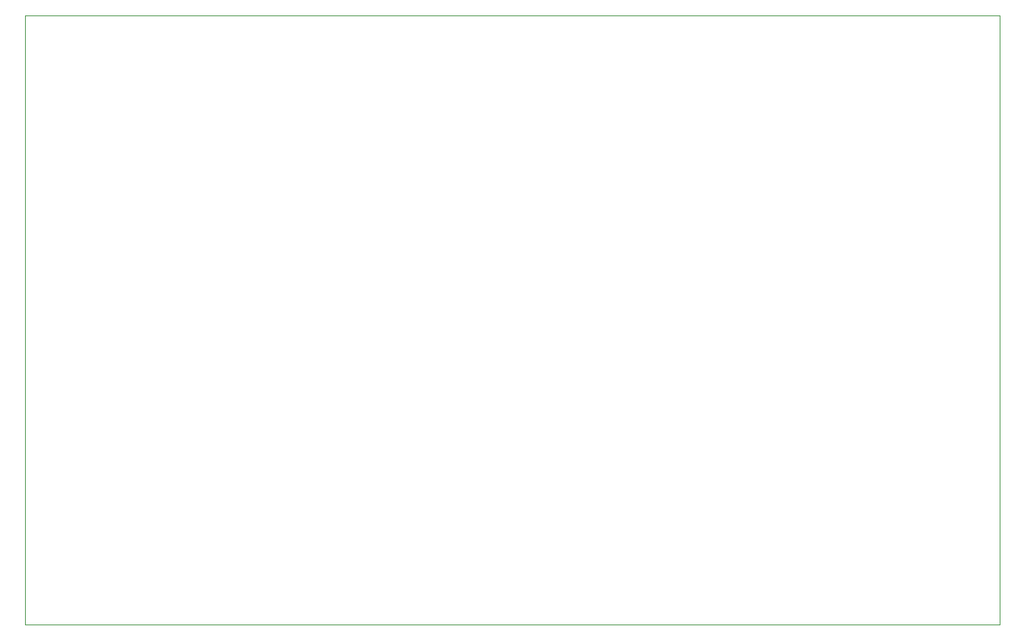
<source format=gbr>
%TF.GenerationSoftware,KiCad,Pcbnew,(5.1.9-0-10_14)*%
%TF.CreationDate,2021-02-23T19:53:59+01:00*%
%TF.ProjectId,codec_breakot,636f6465-635f-4627-9265-616b6f742e6b,rev?*%
%TF.SameCoordinates,Original*%
%TF.FileFunction,Profile,NP*%
%FSLAX46Y46*%
G04 Gerber Fmt 4.6, Leading zero omitted, Abs format (unit mm)*
G04 Created by KiCad (PCBNEW (5.1.9-0-10_14)) date 2021-02-23 19:53:59*
%MOMM*%
%LPD*%
G01*
G04 APERTURE LIST*
%TA.AperFunction,Profile*%
%ADD10C,0.100000*%
%TD*%
G04 APERTURE END LIST*
D10*
X88000000Y-44000000D02*
X200000000Y-44000000D01*
X88000000Y-114000000D02*
X88000000Y-44000000D01*
X200000000Y-114000000D02*
X88000000Y-114000000D01*
X200000000Y-44000000D02*
X200000000Y-114000000D01*
M02*

</source>
